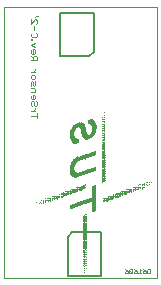
<source format=gbo>
G75*
G70*
%OFA0B0*%
%FSLAX24Y24*%
%IPPOS*%
%LPD*%
%AMOC8*
5,1,8,0,0,1.08239X$1,22.5*
%
%ADD10C,0.0000*%
%ADD11C,0.0020*%
%ADD12R,0.0015X0.0015*%
%ADD13R,0.0015X0.0030*%
%ADD14R,0.0015X0.0045*%
%ADD15R,0.0015X0.0060*%
%ADD16R,0.0015X0.0195*%
%ADD17R,0.0015X0.0165*%
%ADD18R,0.0015X0.0090*%
%ADD19R,0.0015X0.0315*%
%ADD20R,0.0015X0.0300*%
%ADD21R,0.0015X0.0390*%
%ADD22R,0.0015X0.0375*%
%ADD23R,0.0015X0.0435*%
%ADD24R,0.0015X0.0420*%
%ADD25R,0.0015X0.0480*%
%ADD26R,0.0015X0.0465*%
%ADD27R,0.0015X0.0510*%
%ADD28R,0.0015X0.0555*%
%ADD29R,0.0015X0.0540*%
%ADD30R,0.0015X0.0570*%
%ADD31R,0.0015X0.0600*%
%ADD32R,0.0015X0.0240*%
%ADD33R,0.0015X0.0225*%
%ADD34R,0.0015X0.0210*%
%ADD35R,0.0015X0.0135*%
%ADD36R,0.0015X0.0180*%
%ADD37R,0.0015X0.0150*%
%ADD38R,0.0015X0.0270*%
%ADD39R,0.0015X0.0450*%
%ADD40R,0.0015X0.0525*%
%ADD41R,0.0015X0.0330*%
%ADD42R,0.0015X0.0855*%
%ADD43R,0.0015X0.0870*%
%ADD44R,0.0015X0.0405*%
%ADD45R,0.0015X0.0360*%
%ADD46R,0.0015X0.0285*%
%ADD47R,0.0015X0.0675*%
%ADD48C,0.0010*%
%ADD49C,0.0050*%
D10*
X000900Y000980D02*
X000900Y010035D01*
X006018Y010035D01*
X006018Y000980D01*
X000900Y000980D01*
D11*
X002010Y006328D02*
X002010Y006475D01*
X002010Y006401D02*
X001790Y006401D01*
X001790Y006549D02*
X001937Y006549D01*
X001937Y006622D02*
X001937Y006659D01*
X001937Y006622D02*
X001863Y006549D01*
X001827Y006733D02*
X001790Y006770D01*
X001790Y006843D01*
X001827Y006880D01*
X001863Y006880D01*
X001900Y006843D01*
X001900Y006770D01*
X001937Y006733D01*
X001973Y006733D01*
X002010Y006770D01*
X002010Y006843D01*
X001973Y006880D01*
X001900Y006954D02*
X001937Y006991D01*
X001937Y007064D01*
X001900Y007101D01*
X001863Y007101D01*
X001863Y006954D01*
X001827Y006954D02*
X001900Y006954D01*
X001827Y006954D02*
X001790Y006991D01*
X001790Y007064D01*
X001790Y007175D02*
X001937Y007175D01*
X001937Y007285D01*
X001900Y007322D01*
X001790Y007322D01*
X001790Y007396D02*
X001790Y007506D01*
X001827Y007543D01*
X001863Y007506D01*
X001863Y007433D01*
X001900Y007396D01*
X001937Y007433D01*
X001937Y007543D01*
X001900Y007617D02*
X001937Y007654D01*
X001937Y007727D01*
X001900Y007764D01*
X001827Y007764D01*
X001790Y007727D01*
X001790Y007654D01*
X001827Y007617D01*
X001900Y007617D01*
X001863Y007838D02*
X001937Y007911D01*
X001937Y007948D01*
X001937Y007838D02*
X001790Y007838D01*
X001790Y008243D02*
X002010Y008243D01*
X002010Y008353D01*
X001973Y008390D01*
X001900Y008390D01*
X001863Y008353D01*
X001863Y008243D01*
X001863Y008316D02*
X001790Y008390D01*
X001827Y008464D02*
X001900Y008464D01*
X001937Y008501D01*
X001937Y008574D01*
X001900Y008611D01*
X001863Y008611D01*
X001863Y008464D01*
X001827Y008464D02*
X001790Y008501D01*
X001790Y008574D01*
X001937Y008685D02*
X001790Y008758D01*
X001937Y008832D01*
X001827Y008906D02*
X001827Y008943D01*
X001790Y008943D01*
X001790Y008906D01*
X001827Y008906D01*
X001827Y009017D02*
X001790Y009053D01*
X001790Y009127D01*
X001827Y009163D01*
X001900Y009238D02*
X001900Y009384D01*
X001973Y009459D02*
X002010Y009495D01*
X002010Y009569D01*
X001973Y009605D01*
X001937Y009605D01*
X001790Y009459D01*
X001790Y009605D01*
X001937Y009679D02*
X001973Y009716D01*
X002047Y009716D01*
X001973Y009163D02*
X002010Y009127D01*
X002010Y009053D01*
X001973Y009017D01*
X001827Y009017D01*
D12*
X004195Y006325D03*
X004195Y006250D03*
X004255Y006250D03*
X004255Y006175D03*
X004195Y006175D03*
X004195Y006100D03*
X004255Y006100D03*
X004255Y006025D03*
X004285Y006025D03*
X004285Y005950D03*
X004255Y005950D03*
X004210Y005950D03*
X004210Y005875D03*
X004255Y005875D03*
X004255Y005800D03*
X004270Y006475D03*
X004225Y005125D03*
X004225Y005050D03*
X004225Y004975D03*
X004225Y004900D03*
X004240Y004900D03*
X004300Y004900D03*
X004300Y004825D03*
X004240Y004825D03*
X004225Y004825D03*
X004225Y004750D03*
X004240Y004750D03*
X004300Y004750D03*
X004300Y004675D03*
X004240Y004675D03*
X004225Y004675D03*
X004225Y004600D03*
X004240Y004600D03*
X004300Y004600D03*
X004300Y004525D03*
X004240Y004525D03*
X004240Y004450D03*
X004300Y004450D03*
X004240Y004375D03*
X004240Y004300D03*
X004240Y004225D03*
X004195Y004165D03*
X004405Y003685D03*
X004390Y003625D03*
X004390Y003565D03*
X004375Y003550D03*
X004435Y003580D03*
X004465Y003625D03*
X004525Y003625D03*
X004540Y003625D03*
X004540Y003700D03*
X004525Y003700D03*
X004465Y003700D03*
X004585Y003760D03*
X004600Y003700D03*
X004615Y003700D03*
X004675Y003700D03*
X004690Y003700D03*
X004750Y003700D03*
X004765Y003700D03*
X004810Y003715D03*
X004825Y003775D03*
X004810Y003835D03*
X004795Y003835D03*
X004750Y003775D03*
X004690Y003775D03*
X004675Y003775D03*
X004630Y003640D03*
X004870Y003730D03*
X004900Y003775D03*
X004900Y003850D03*
X005005Y003910D03*
X005185Y003850D03*
X005230Y003865D03*
X005245Y003865D03*
X005230Y003985D03*
X005305Y004000D03*
X005380Y004000D03*
X005395Y004060D03*
X005455Y004075D03*
X005485Y004075D03*
X005530Y004075D03*
X005560Y004075D03*
X005605Y004075D03*
X005620Y004135D03*
X005680Y004150D03*
X005680Y004075D03*
X005770Y004075D03*
X005845Y004150D03*
X005620Y004000D03*
X005605Y004000D03*
X005560Y004000D03*
X005530Y004000D03*
X005485Y004000D03*
X005455Y004000D03*
X005410Y003925D03*
X004300Y004975D03*
X004300Y005050D03*
X003640Y004075D03*
X003580Y004060D03*
X003640Y004000D03*
X003610Y003955D03*
X003580Y003940D03*
X003565Y003940D03*
X003550Y003925D03*
X003415Y003925D03*
X003400Y003925D03*
X003400Y003985D03*
X003385Y003985D03*
X003355Y003985D03*
X003340Y003925D03*
X003325Y003925D03*
X003265Y003925D03*
X003250Y003925D03*
X003250Y003850D03*
X003265Y003850D03*
X003325Y003850D03*
X003340Y003850D03*
X003415Y004000D03*
X003190Y003850D03*
X003175Y003850D03*
X003115Y003850D03*
X003100Y003850D03*
X003040Y003850D03*
X003025Y003850D03*
X003025Y003775D03*
X002995Y003730D03*
X002980Y003715D03*
X002920Y003835D03*
X002770Y003640D03*
X002755Y003640D03*
X002605Y003700D03*
X002560Y003685D03*
X002545Y003685D03*
X002530Y003625D03*
X002485Y003550D03*
X002455Y003550D03*
X002410Y003550D03*
X002380Y003550D03*
X002335Y003550D03*
X002305Y003550D03*
X002320Y003610D03*
X002380Y003625D03*
X002410Y003625D03*
X002305Y003475D03*
X002230Y003475D03*
X002230Y003550D03*
X002155Y003475D03*
X002020Y003475D03*
X003100Y003775D03*
X003160Y003910D03*
X003565Y003025D03*
X003565Y002950D03*
X003565Y002875D03*
X003565Y002800D03*
X003625Y002800D03*
X003640Y002800D03*
X003640Y002725D03*
X003625Y002725D03*
X003565Y002725D03*
X003565Y002650D03*
X003625Y002650D03*
X003640Y002650D03*
X003640Y002575D03*
X003625Y002575D03*
X003565Y002575D03*
X003565Y002500D03*
X003625Y002500D03*
X003640Y002500D03*
X003640Y002425D03*
X003625Y002425D03*
X003625Y002350D03*
X003640Y002875D03*
X004240Y003625D03*
X003655Y001750D03*
X003655Y001675D03*
X003655Y001600D03*
X003610Y001600D03*
X003580Y001600D03*
X003580Y001525D03*
X003610Y001525D03*
X003655Y001525D03*
X003655Y001450D03*
X003655Y001375D03*
X003670Y001375D03*
X003670Y001300D03*
X003595Y001225D03*
X003595Y001150D03*
X003580Y001375D03*
X003580Y001450D03*
X003580Y001675D03*
D13*
X003610Y001668D03*
X003670Y001668D03*
X003670Y001743D03*
X003610Y001743D03*
X003580Y001758D03*
X003610Y001818D03*
X003580Y001833D03*
X003610Y001893D03*
X003655Y001908D03*
X003670Y001893D03*
X003655Y001833D03*
X003670Y001818D03*
X003670Y001593D03*
X003670Y001518D03*
X003670Y001443D03*
X003595Y001368D03*
X003595Y001293D03*
X003625Y002868D03*
X003625Y002943D03*
X003640Y002958D03*
X003625Y003018D03*
X003640Y003033D03*
X003655Y003093D03*
X003670Y003093D03*
X003355Y003858D03*
X003385Y003873D03*
X003475Y003918D03*
X003490Y003933D03*
X003475Y003993D03*
X003490Y004008D03*
X003430Y003993D03*
X003550Y003993D03*
X003565Y004008D03*
X003625Y003993D03*
X003625Y004068D03*
X003610Y004068D03*
X003205Y003918D03*
X003160Y003783D03*
X003130Y003783D03*
X003010Y003843D03*
X002995Y003843D03*
X002980Y003843D03*
X002935Y003708D03*
X002905Y003708D03*
X002830Y003768D03*
X002785Y003768D03*
X002770Y003768D03*
X002710Y003633D03*
X002680Y003633D03*
X002635Y003618D03*
X002605Y003633D03*
X002560Y003618D03*
X002545Y003558D03*
X002530Y003558D03*
X002485Y003618D03*
X002455Y003633D03*
X002395Y003618D03*
X002320Y003483D03*
X002245Y003468D03*
X002170Y003468D03*
X002170Y003543D03*
X002095Y003468D03*
X002635Y003693D03*
X004210Y004173D03*
X004225Y004218D03*
X004225Y004293D03*
X004225Y004368D03*
X004225Y004443D03*
X004225Y004518D03*
X004195Y004593D03*
X004195Y004668D03*
X004195Y004818D03*
X004195Y004893D03*
X004195Y004968D03*
X004195Y005043D03*
X004195Y005118D03*
X004195Y005193D03*
X004195Y005268D03*
X004195Y005343D03*
X004195Y005418D03*
X004195Y005493D03*
X004210Y005493D03*
X004210Y005568D03*
X004195Y005568D03*
X004195Y005643D03*
X004210Y005643D03*
X004255Y005658D03*
X004285Y005643D03*
X004285Y005718D03*
X004255Y005733D03*
X004210Y005718D03*
X004195Y005718D03*
X004195Y005793D03*
X004210Y005793D03*
X004285Y005793D03*
X004285Y005868D03*
X004195Y005868D03*
X004195Y005943D03*
X004195Y006018D03*
X004270Y006243D03*
X004270Y006318D03*
X004270Y006393D03*
X004285Y005568D03*
X004285Y005493D03*
X004300Y004368D03*
X004300Y004293D03*
X004300Y004218D03*
X004630Y003768D03*
X004660Y003768D03*
X004780Y003708D03*
X004855Y003843D03*
X005005Y003783D03*
X005020Y003918D03*
X005035Y003918D03*
X005080Y003918D03*
X005155Y003858D03*
X005185Y003918D03*
X005260Y003918D03*
X005305Y003933D03*
X005335Y003918D03*
X005380Y003933D03*
X005395Y003933D03*
X005410Y003993D03*
X005335Y003993D03*
X005260Y003993D03*
X005245Y003993D03*
X005550Y003908D03*
X005620Y004068D03*
X005695Y004068D03*
X005695Y004143D03*
X005770Y004143D03*
X004585Y003633D03*
X004450Y003618D03*
X004450Y003693D03*
X004435Y003693D03*
X004375Y003618D03*
X004315Y003633D03*
X004300Y003618D03*
X004255Y003618D03*
X004240Y003558D03*
X004300Y003543D03*
X004315Y003558D03*
X004405Y003558D03*
D14*
X004360Y003565D03*
X004330Y003550D03*
X004330Y003625D03*
X004285Y003625D03*
X004255Y003550D03*
X004405Y003625D03*
X004480Y003625D03*
X004480Y003700D03*
X004510Y003700D03*
X004555Y003700D03*
X004555Y003625D03*
X004630Y003700D03*
X004660Y003700D03*
X004705Y003700D03*
X004735Y003700D03*
X004795Y003715D03*
X004780Y003775D03*
X004810Y003775D03*
X004855Y003775D03*
X004885Y003775D03*
X004930Y003775D03*
X004960Y003775D03*
X005020Y003790D03*
X005005Y003850D03*
X005035Y003850D03*
X005080Y003850D03*
X005095Y003850D03*
X005110Y003850D03*
X005170Y003850D03*
X005170Y003925D03*
X005155Y003925D03*
X005110Y003925D03*
X005095Y003925D03*
X005230Y003925D03*
X005245Y003925D03*
X005320Y003925D03*
X005320Y004000D03*
X005395Y004000D03*
X005470Y004000D03*
X005545Y004000D03*
X005545Y004075D03*
X004960Y003850D03*
X004930Y003850D03*
X004885Y003850D03*
X004870Y003850D03*
X004735Y003775D03*
X004720Y003775D03*
X004705Y003775D03*
X004255Y004225D03*
X004195Y004225D03*
X004195Y004300D03*
X004255Y004300D03*
X004255Y004375D03*
X004195Y004375D03*
X004195Y004450D03*
X004255Y004450D03*
X004255Y004525D03*
X004195Y004525D03*
X004210Y004600D03*
X004255Y004600D03*
X004255Y004675D03*
X004285Y004675D03*
X004285Y004750D03*
X004255Y004750D03*
X004210Y004750D03*
X004195Y004750D03*
X004210Y004675D03*
X004210Y004825D03*
X004255Y004825D03*
X004285Y004825D03*
X004285Y004900D03*
X004255Y004900D03*
X004210Y004900D03*
X004210Y004975D03*
X004255Y004975D03*
X004285Y004975D03*
X004285Y005050D03*
X004255Y005050D03*
X004210Y005050D03*
X004210Y005125D03*
X004255Y005125D03*
X004285Y005125D03*
X004285Y005200D03*
X004255Y005200D03*
X004210Y005200D03*
X004210Y005275D03*
X004255Y005275D03*
X004285Y005275D03*
X004285Y005350D03*
X004270Y005350D03*
X004255Y005350D03*
X004210Y005350D03*
X004210Y005425D03*
X004255Y005425D03*
X004270Y005425D03*
X004285Y005425D03*
X004270Y005500D03*
X004255Y005500D03*
X004255Y005575D03*
X004270Y005575D03*
X004270Y005650D03*
X004270Y005725D03*
X004270Y005800D03*
X004270Y005875D03*
X004270Y005950D03*
X004270Y006025D03*
X004270Y006100D03*
X004270Y006175D03*
X003580Y004000D03*
X003535Y003940D03*
X003505Y003925D03*
X003505Y004000D03*
X003460Y004000D03*
X003430Y003925D03*
X003355Y003925D03*
X003310Y003925D03*
X003280Y003925D03*
X003235Y003925D03*
X003220Y003925D03*
X003205Y003850D03*
X003235Y003850D03*
X003280Y003850D03*
X003160Y003850D03*
X003130Y003850D03*
X003085Y003850D03*
X003070Y003850D03*
X003055Y003850D03*
X003055Y003775D03*
X003085Y003775D03*
X003145Y003790D03*
X003010Y003775D03*
X002980Y003775D03*
X002935Y003775D03*
X002905Y003775D03*
X002860Y003775D03*
X002845Y003775D03*
X002845Y003700D03*
X002860Y003700D03*
X002830Y003700D03*
X002785Y003700D03*
X002770Y003700D03*
X002755Y003700D03*
X002710Y003700D03*
X002695Y003700D03*
X002680Y003700D03*
X002620Y003700D03*
X002620Y003625D03*
X002545Y003625D03*
X002470Y003625D03*
X002470Y003550D03*
X002395Y003550D03*
X002320Y003550D03*
X002245Y003550D03*
X002695Y003625D03*
X002920Y003715D03*
X003580Y003025D03*
X003580Y002950D03*
X003580Y002875D03*
X003580Y002800D03*
X003580Y002725D03*
X003580Y002650D03*
X003580Y002575D03*
X003610Y002575D03*
X003655Y002575D03*
X003670Y002575D03*
X003670Y002500D03*
X003655Y002500D03*
X003610Y002500D03*
X003580Y002500D03*
X003580Y002425D03*
X003610Y002425D03*
X003655Y002425D03*
X003670Y002425D03*
X003670Y002350D03*
X003655Y002350D03*
X003610Y002350D03*
X003580Y002350D03*
X003580Y002275D03*
X003610Y002275D03*
X003655Y002275D03*
X003670Y002275D03*
X003670Y002200D03*
X003655Y002200D03*
X003610Y002200D03*
X003580Y002200D03*
X003580Y002125D03*
X003610Y002125D03*
X003655Y002125D03*
X003670Y002125D03*
X003670Y002050D03*
X003655Y002050D03*
X003610Y002050D03*
X003595Y002050D03*
X003580Y002050D03*
X003580Y001975D03*
X003595Y001975D03*
X003610Y001975D03*
X003655Y001975D03*
X003670Y001975D03*
X003595Y001900D03*
X003580Y001900D03*
X003595Y001825D03*
X003595Y001750D03*
X003595Y001675D03*
X003595Y001600D03*
X003595Y001525D03*
X003595Y001450D03*
X003655Y002650D03*
X003670Y002650D03*
X003670Y002725D03*
X003655Y002725D03*
X003655Y002800D03*
X003670Y002800D03*
X003670Y002875D03*
X003655Y002875D03*
X003655Y002950D03*
X003670Y002950D03*
X003670Y003025D03*
X003655Y003025D03*
D15*
X003610Y003033D03*
X003610Y002958D03*
X003610Y002883D03*
X003610Y002808D03*
X003610Y002733D03*
X003610Y002658D03*
X003595Y002508D03*
X003595Y002433D03*
X003595Y002358D03*
X003595Y002283D03*
X003595Y002208D03*
X003595Y002133D03*
X004285Y003558D03*
X004360Y003633D03*
X004435Y003633D03*
X004510Y003633D03*
X004585Y003708D03*
X004720Y003708D03*
X004795Y003783D03*
X004870Y003783D03*
X004945Y003783D03*
X004945Y003858D03*
X005020Y003858D03*
X004285Y004383D03*
X004285Y004458D03*
X004285Y004533D03*
X004285Y004608D03*
X004210Y004533D03*
X004210Y004458D03*
X004210Y004383D03*
X004210Y004308D03*
X004210Y004233D03*
X004270Y004908D03*
X004270Y004983D03*
X004270Y005058D03*
X004270Y005133D03*
X004270Y005208D03*
X004270Y005283D03*
X003610Y004008D03*
X003535Y004008D03*
X003460Y003933D03*
X003385Y003933D03*
X003310Y003858D03*
X003070Y003783D03*
X002995Y003783D03*
X002920Y003783D03*
D16*
X003295Y004435D03*
X003130Y004600D03*
X003280Y004855D03*
X003295Y004870D03*
X003310Y005560D03*
X003130Y005740D03*
X003280Y005995D03*
X003460Y006070D03*
X003835Y006175D03*
X003850Y005755D03*
D17*
X003820Y005725D03*
X003790Y005710D03*
X003760Y005695D03*
X003745Y005695D03*
X003730Y005695D03*
X004000Y006010D03*
X003775Y006190D03*
X003430Y006085D03*
X003415Y006085D03*
X003400Y006085D03*
X003370Y006070D03*
X003355Y006070D03*
X003340Y006055D03*
X003325Y006055D03*
X003355Y005545D03*
X003370Y005545D03*
X003385Y005545D03*
X003400Y005545D03*
X003640Y005035D03*
X003655Y005035D03*
X003670Y005050D03*
X003685Y005050D03*
X003700Y005050D03*
X003715Y005065D03*
X003730Y005065D03*
X003745Y005065D03*
X003760Y005080D03*
X003775Y005080D03*
X003790Y005080D03*
X003805Y005095D03*
X003820Y005095D03*
X003835Y005095D03*
X003850Y005110D03*
X003865Y005110D03*
X003880Y005110D03*
X003895Y005125D03*
X003910Y005125D03*
X003925Y005125D03*
X003940Y005140D03*
X003955Y005140D03*
X003970Y005140D03*
X003985Y005155D03*
X003610Y005020D03*
X003595Y005020D03*
X003580Y005005D03*
X003565Y005005D03*
X003550Y005005D03*
X003535Y004990D03*
X003520Y004990D03*
X003505Y004990D03*
X003490Y004975D03*
X003475Y004975D03*
X003460Y004975D03*
X003445Y004960D03*
X003430Y004960D03*
X003415Y004945D03*
X003400Y004945D03*
X003370Y004930D03*
X003325Y004900D03*
X003535Y004480D03*
X003550Y004480D03*
X003565Y004480D03*
X003580Y004495D03*
X003595Y004495D03*
X003610Y004495D03*
X003625Y004510D03*
X003640Y004510D03*
X003655Y004510D03*
X003670Y004525D03*
X003685Y004525D03*
X003700Y004525D03*
X003715Y004540D03*
X003730Y004540D03*
X003760Y004555D03*
X003775Y004555D03*
X003805Y004570D03*
X003820Y004570D03*
X003850Y004585D03*
X003865Y004585D03*
X003895Y004600D03*
X003910Y004600D03*
X003940Y004615D03*
X003955Y004615D03*
X003970Y004630D03*
X003985Y004630D03*
X003520Y004465D03*
X003505Y004465D03*
X003490Y004465D03*
X003475Y004450D03*
X003460Y004450D03*
X003445Y004450D03*
X003415Y004435D03*
X003400Y004435D03*
X003385Y004435D03*
X003370Y004435D03*
X003370Y003925D03*
X003565Y003505D03*
X003580Y003505D03*
X003595Y003505D03*
X003610Y003520D03*
X003625Y003520D03*
X003640Y003520D03*
X003655Y003535D03*
X003670Y003535D03*
X003700Y003550D03*
X003715Y003550D03*
X003745Y003565D03*
X003760Y003565D03*
X003775Y003580D03*
X003790Y003580D03*
X003805Y003580D03*
X003820Y003595D03*
X003835Y003595D03*
X003850Y003595D03*
X003550Y003490D03*
X003535Y003490D03*
X003520Y003490D03*
X003505Y003475D03*
X003490Y003475D03*
X003475Y003475D03*
X003460Y003460D03*
X003445Y003460D03*
X003430Y003460D03*
X003415Y003445D03*
X003400Y003445D03*
X003385Y003445D03*
X003370Y003430D03*
X003355Y003430D03*
X003340Y003430D03*
X003325Y003415D03*
X003310Y003415D03*
X003295Y003415D03*
X003280Y003400D03*
X003265Y003400D03*
X003250Y003400D03*
X003235Y003385D03*
X003220Y003385D03*
X003205Y003385D03*
X003190Y003370D03*
X003175Y003370D03*
X003160Y003370D03*
X003145Y003355D03*
X004420Y003625D03*
X004570Y003685D03*
D18*
X003220Y003843D03*
X003145Y003873D03*
D19*
X003145Y004600D03*
X003505Y006010D03*
D20*
X003145Y005748D03*
D21*
X003160Y004608D03*
D22*
X003160Y005740D03*
X003520Y005980D03*
X003640Y005800D03*
D23*
X003175Y004615D03*
D24*
X003175Y005748D03*
X003535Y005943D03*
X003625Y005823D03*
D25*
X003925Y005988D03*
X003190Y004623D03*
D26*
X003190Y005755D03*
X003565Y005905D03*
X003580Y005890D03*
X003595Y005875D03*
X003940Y005995D03*
D27*
X003205Y005763D03*
X003205Y004623D03*
D28*
X003220Y004630D03*
X003895Y005980D03*
D29*
X003220Y005763D03*
D30*
X003235Y005763D03*
X003880Y005973D03*
X003235Y004638D03*
D31*
X003250Y004638D03*
X003250Y005778D03*
D32*
X003265Y005598D03*
X003685Y005718D03*
X003265Y004833D03*
X003265Y004458D03*
D33*
X003280Y005575D03*
X003265Y005965D03*
X003475Y006055D03*
X003865Y006145D03*
X003865Y005785D03*
D34*
X003700Y005703D03*
X003850Y006168D03*
X003295Y005568D03*
X003280Y004443D03*
D35*
X003445Y003955D03*
X003520Y003970D03*
X003295Y003895D03*
X004270Y003580D03*
X004345Y003595D03*
X004495Y003655D03*
X004285Y004270D03*
D36*
X003625Y005028D03*
X003385Y004938D03*
X003355Y004923D03*
X003340Y004908D03*
X003310Y004893D03*
X003310Y004428D03*
X003325Y004428D03*
X003340Y004428D03*
X003355Y004428D03*
X003340Y005553D03*
X003325Y005553D03*
X003715Y005688D03*
X003835Y005748D03*
X003820Y006183D03*
X003805Y006183D03*
X003790Y006183D03*
X003445Y006078D03*
X003310Y006033D03*
X003295Y006018D03*
D37*
X003385Y006078D03*
X003745Y006183D03*
X003760Y006183D03*
X003805Y005718D03*
X003775Y005703D03*
X003415Y005553D03*
X003880Y004593D03*
X003925Y004608D03*
X003835Y004578D03*
X003790Y004563D03*
X003745Y004548D03*
X003430Y004443D03*
X003595Y004008D03*
X003730Y003558D03*
X003685Y003543D03*
X004645Y003708D03*
D38*
X003670Y005733D03*
X003490Y006033D03*
D39*
X003550Y005928D03*
X003610Y005853D03*
D40*
X003910Y005980D03*
X003595Y002815D03*
D41*
X003655Y005763D03*
D42*
X003985Y003655D03*
X003955Y003640D03*
X003940Y003640D03*
X003910Y003625D03*
X003895Y003625D03*
X003865Y003610D03*
D43*
X003880Y003618D03*
X003925Y003633D03*
X003970Y003648D03*
D44*
X003955Y005995D03*
D45*
X003970Y006003D03*
D46*
X003985Y006010D03*
D47*
X004270Y004525D03*
D48*
X004938Y001295D02*
X004988Y001270D01*
X005038Y001220D01*
X004963Y001220D01*
X004938Y001195D01*
X004938Y001170D01*
X004963Y001145D01*
X005013Y001145D01*
X005038Y001170D01*
X005038Y001220D01*
X005086Y001170D02*
X005111Y001145D01*
X005161Y001145D01*
X005186Y001170D01*
X005086Y001270D01*
X005086Y001170D01*
X005186Y001170D02*
X005186Y001270D01*
X005161Y001295D01*
X005111Y001295D01*
X005086Y001270D01*
X005233Y001295D02*
X005283Y001270D01*
X005333Y001220D01*
X005258Y001220D01*
X005233Y001195D01*
X005233Y001170D01*
X005258Y001145D01*
X005308Y001145D01*
X005333Y001170D01*
X005333Y001220D01*
X005380Y001145D02*
X005480Y001145D01*
X005430Y001145D02*
X005430Y001295D01*
X005480Y001245D01*
X005528Y001195D02*
X005553Y001220D01*
X005628Y001220D01*
X005628Y001170D01*
X005603Y001145D01*
X005553Y001145D01*
X005528Y001170D01*
X005528Y001195D01*
X005578Y001270D02*
X005628Y001220D01*
X005675Y001170D02*
X005675Y001270D01*
X005700Y001295D01*
X005775Y001295D01*
X005775Y001145D01*
X005700Y001145D01*
X005675Y001170D01*
X005578Y001270D02*
X005528Y001295D01*
D49*
X004131Y001065D02*
X003029Y001065D01*
X003029Y002364D01*
X003186Y002522D01*
X004131Y002522D01*
X004131Y002482D02*
X004131Y001065D01*
X003732Y008375D02*
X002787Y008375D01*
X002787Y008414D02*
X002787Y009831D01*
X003890Y009831D01*
X003890Y008532D01*
X003732Y008375D01*
M02*

</source>
